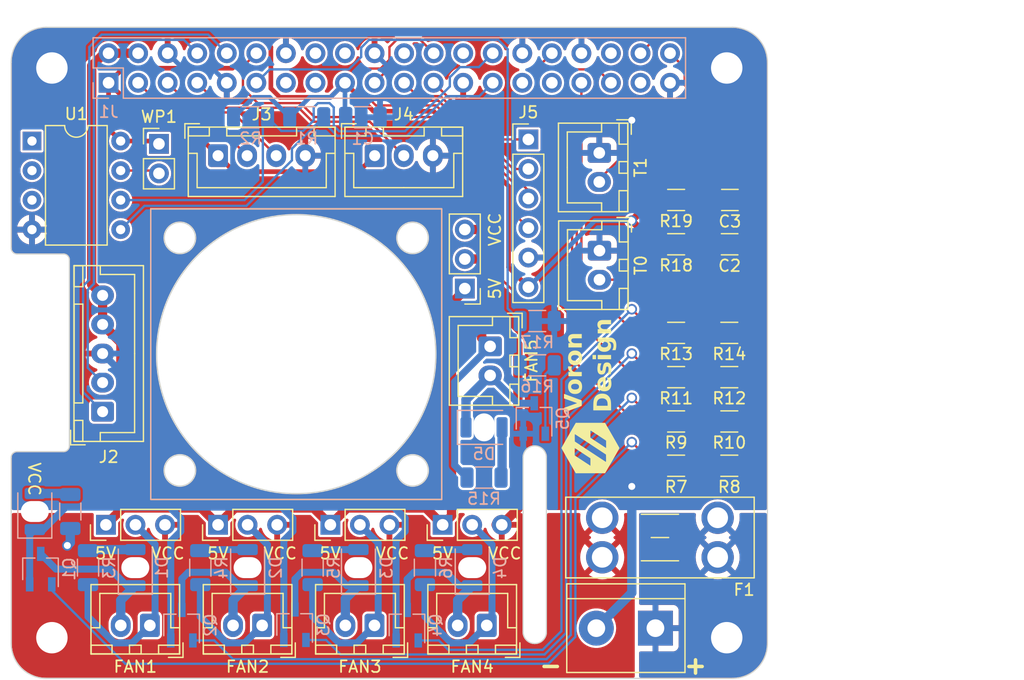
<source format=kicad_pcb>
(kicad_pcb (version 20221018) (generator pcbnew)
  (title_block (date "15 nov 2012"))
  (layers (0 "F.Cu" signal) (31 "B.Cu" signal) (34 "B.Paste" user) (35 "F.Paste" user) (36 "B.SilkS" user "B.Silkscreen") (37 "F.SilkS" user "F.Silkscreen") (38 "B.Mask" user) (39 "F.Mask" user) (44 "Edge.Cuts" user))
  (net 0 "")
  (net 1 "GND")
  (net 2 "/GPIO2{slash}SDA1")
  (net 3 "/GPIO3{slash}SCL1")
  (net 4 "/GPIO4{slash}GPCLK0")
  (net 5 "/GPIO14{slash}TXD0")
  (net 6 "/GPIO15{slash}RXD0")
  (net 7 "/GPIO17")
  (net 8 "/GPIO18{slash}PCM.CLK")
  (net 9 "/GPIO27")
  (net 10 "/GPIO22")
  (net 11 "/GPIO23")
  (net 12 "/GPIO24")
  (net 13 "/GPIO10{slash}SPI0.MOSI")
  (net 14 "/GPIO9{slash}SPI0.MISO")
  (net 15 "/GPIO25")
  (net 16 "/GPIO11{slash}SPI0.SCLK")
  (net 17 "/GPIO8{slash}SPI0.CE0")
  (net 18 "/GPIO7{slash}SPI0.CE1")
  (net 19 "/ID_SDA")
  (net 20 "/ID_SCL")
  (net 21 "/GPIO5")
  (net 22 "/GPIO6")
  (net 23 "/GPIO12{slash}PWM0")
  (net 24 "/GPIO13{slash}PWM1")
  (net 25 "/GPIO19{slash}PCM.FS")
  (net 26 "/GPIO16")
  (net 27 "/GPIO26")
  (net 28 "/GPIO20{slash}PCM.DIN")
  (net 29 "/GPIO21{slash}PCM.DOUT")
  (net 30 "+5V")
  (net 31 "+3V3")
  (net 35 "Net-(FAN5-Pin_1)")
  (net 36 "Net-(D5-K)")
  (net 37 "Net-(U1-WP)")
  (net 38 "Net-(FAN2-Pin_1)")
  (net 39 "Net-(FAN3-Pin_1)")
  (net 40 "Net-(FAN4-Pin_1)")
  (net 41 "Net-(D1-A)")
  (net 42 "Net-(D2-A)")
  (net 43 "Net-(D3-A)")
  (net 44 "Net-(D4-A)")
  (net 45 "VCC")
  (net 46 "Net-(D1-K)")
  (net 47 "Net-(D2-K)")
  (net 48 "Net-(D3-K)")
  (net 49 "Net-(D4-K)")
  (net 50 "Net-(J6-Pin_1)")
  (net 51 "Net-(Q1-G)")
  (net 52 "Net-(Q2-G)")
  (net 53 "Net-(Q3-G)")
  (net 54 "Net-(Q4-G)")
  (net 55 "Net-(D5-A)")
  (net 56 "Net-(Q5-G)")
  (net 57 "Net-(D6-A)")
  (net 58 "Net-(FAN1-Pin_1)")
  (footprint "Resistor_SMD:R_1206_3216Metric" (layer "F.Cu") (at 161.722 81.712 180)
    (fp_text reference "R8")
    (fp_text value "10k")
  )
  (footprint "Fuse:Fuseholder_Blade_Mini_Keystone_3568" (layer "F.Cu") (at 150.8 86.186)
    (fp_text reference "F1")
    (fp_text value "Fuse")
  )
  (footprint "Connector_JST:JST_XH_B5B-XH-A_1x05_P2.50mm_Vertical" (layer "F.Cu") (at 107.857 77.06 90)
    (fp_text reference "J2")
    (fp_text value "Serial")
  )
  (footprint "MountingHole:MountingHole_2.7mm_M2.5" (layer "F.Cu") (at 161.5 47.5)
    (fp_text reference "MH2" hide)
    (fp_text value "MountingHole_2.7mm_M2.5" hide)
  )
  (footprint "Connector_JST:JST_XH_B2B-XH-A_1x02_P2.50mm_Vertical" (layer "F.Cu") (at 150.563 63.21 -90)
    (fp_text reference "T0")
    (fp_text value "Thermistor")
  )
  (footprint "Resistor_SMD:R_1206_3216Metric" (layer "F.Cu") (at 157.15 77.902 180)
    (fp_text reference "R9")
    (fp_text value "100")
  )
  (footprint "Connector_PinHeader_2.54mm:PinHeader_1x03_P2.54mm_Vertical" (layer "F.Cu") (at 127.432 86.792 90)
    (fp_text reference "JP3" hide)
    (fp_text value "V Select")
  )
  (footprint "Connector_JST:JST_XH_B4B-XH-A_1x04_P2.50mm_Vertical" (layer "F.Cu") (at 117.78 55.042)
    (fp_text reference "J3")
    (fp_text value "I2C")
  )
  (footprint "Resistor_SMD:R_1206_3216Metric" (layer "F.Cu") (at 161.722 70.282 180)
    (fp_text reference "R14")
    (fp_text value "10k")
  )
  (footprint "Resistor_SMD:R_1206_3216Metric" (layer "F.Cu") (at 161.722 74.092 180)
    (fp_text reference "R12")
    (fp_text value "10k")
  )
  (footprint "Connector_PinHeader_2.54mm:PinHeader_1x03_P2.54mm_Vertical" (layer "F.Cu") (at 138.989 66.472 180)
    (fp_text reference "JP5" hide)
    (fp_text value "V Select")
  )
  (footprint "Connector_PinHeader_2.54mm:PinHeader_1x02_P2.54mm_Vertical" (layer "F.Cu") (at 112.7 54.026)
    (fp_text reference "WP1")
    (fp_text value "ID_WP")
  )
  (footprint "Connector_JST:JST_XH_B2B-XH-A_1x02_P2.50mm_Vertical" (layer "F.Cu") (at 141.165 71.445 -90)
    (fp_text reference "FAN5")
    (fp_text value "Conn_01x02")
  )
  (footprint "Connector_PinHeader_2.54mm:PinHeader_1x03_P2.54mm_Vertical" (layer "F.Cu") (at 117.78 86.792 90)
    (fp_text reference "JP2" hide)
    (fp_text value "V Select")
  )
  (footprint "Capacitor_SMD:C_1206_3216Metric" (layer "F.Cu") (at 161.7728 58.852 180)
    (fp_text reference "C3")
    (fp_text value "4.7uF")
  )
  (footprint "Resistor_SMD:R_1206_3216Metric" (layer "F.Cu") (at 157.15 58.852 180)
    (fp_text reference "R19")
    (fp_text value "R")
  )
  (footprint "Connector_JST:JST_XH_B2B-XH-A_1x02_P2.50mm_Vertical" (layer "F.Cu") (at 150.546 54.8026 -90)
    (fp_text reference "T1")
    (fp_text value "Thermistor")
  )
  (footprint "MountingHole:MountingHole_2.7mm_M2.5" (layer "F.Cu") (at 103.5 96.5)
    (fp_text reference "MH3" hide)
    (fp_text value "MountingHole_2.7mm_M2.5" hide)
  )
  (footprint "Resistor_SMD:R_1206_3216Metric" (layer "F.Cu") (at 157.15 62.662 180)
    (fp_text reference "R18")
    (fp_text value "R")
  )
  (footprint "MountingHole:MountingHole_2.7mm_M2.5" (layer "F.Cu") (at 103.5 47.5)
    (fp_text reference "MH1" hide)
    (fp_text value "MountingHole_2.7mm_M2.5" hide)
  )
  (footprint "Connector_JST:JST_XH_B2B-XH-A_1x02_P2.50mm_Vertical" (layer "F.Cu") (at 111.918 95.445 180)
    (fp_text reference "FAN1")
    (fp_text value "Conn_01x02")
  )
  (footprint "Connector_PinHeader_2.54mm:PinHeader_1x03_P2.54mm_Vertical" (layer "F.Cu") (at 108.143 86.792 90)
    (fp_text reference "JP1" hide)
    (fp_text value "V Select")
  )
  (footprint "Capacitor_SMD:C_1206_3216Metric" (layer "F.Cu") (at 161.7492 62.662 180)
    (fp_text reference "C2")
    (fp_text value "4.7uF")
  )
  (footprint "Connector_JST:JST_XH_B3B-XH-A_1x03_P2.50mm_Vertical" (layer "F.Cu") (at 131.242 55.042)
    (fp_text reference "J4")
    (fp_text value "1 Wire")
  )
  (footprint "Package_DIP:DIP-8_W7.62mm" (layer "F.Cu") (at 101.788 53.782)
    (fp_text reference "U1")
    (fp_text value "CAT24C256")
  )
  (footprint "MountingHole:MountingHole_2.7mm_M2.5" (layer "F.Cu") (at 161.5 96.5)
    (fp_text reference "MH4" hide)
    (fp_text value "MountingHole_2.7mm_M2.5" hide)
  )
  (footprint "Resistor_SMD:R_1206_3216Metric" (layer "F.Cu") (at 161.722 77.902 180)
    (fp_text reference "R10")
    (fp_text value "10k")
  )
  (footprint "LOGO" (layer "F.Cu") (at 149.784 80.188 90)
    (fp_text reference "G***" hide)
    (fp_text value "LOGO" hide)
  )
  (footprint "Connector_PinHeader_2.54mm:PinHeader_1x03_P2.54mm_Vertical" (layer "F.Cu") (at 137.084 86.792 90)
    (fp_text reference "JP4" hide)
    (fp_text value "V Select")
  )
  (footprint "Connector_JST:JST_XH_B2B-XH-A_1x02_P2.50mm_Vertical" (layer "F.Cu") (at 121.57 95.445 180)
    (fp_text reference "FAN2")
    (fp_text value "Conn_01x02")
  )
  (footprint "Connector_PinHeader_2.54mm:PinHeader_1x06_P2.54mm_Vertical" (layer "F.Cu") (at 144.45 53.645)
    (fp_text reference "J5")
    (fp_text value "SPI")
  )
  (footprint "Connector_JST:JST_XH_B2B-XH-A_1x02_P2.50mm_Vertical" (layer "F.Cu") (at 131.222 95.445 180)
    (fp_text reference "FAN3")
    (fp_text value "Conn_01x02")
  )
  (footprint "Resistor_SMD:R_1206_3216Metric" (layer "F.Cu") (at 157.15 70.282 180)
    (fp_text reference "R13")
    (fp_text value "100")
  )
  (footprint "Resistor_SMD:R_1206_3216Metric" (layer "F.Cu") (at 157.15 74.092 180)
    (fp_text reference "R11")
    (fp_text value "100")
  )
  (footprint "TerminalBlock:TerminalBlock_bornier-2_P5.08mm" (layer "F.Cu") (at 155.372 95.682 180)
    (fp_text reference "J6" hide)
    (fp_text value "Vin")
  )
  (footprint "Resistor_SMD:R_1206_3216Metric" (layer "F.Cu") (at 157.15 81.712 180)
    (fp_text reference "R7")
    (fp_text value "100")
  )
  (footprint "Connector_JST:JST_XH_B2B-XH-A_1x02_P2.50mm_Vertical" (layer "F.Cu") (at 140.874 95.445 180)
    (fp_text reference "FAN4")
    (fp_text value "Conn_01x02")
  )
  (footprint "Connector_PinSocket_2.54mm:PinSocket_2x20_P2.54mm_Vertical" (layer "B.Cu") (at 108.37 48.77 -90)
    (fp_text reference "J1")
    (fp_text value "GPIO")
  )
  (footprint "Package_TO_SOT_SMD:TSOT-23" (layer "B.Cu") (at 102.54 90.602 90)
    (fp_text reference "Q1")
    (fp_text value "IRLML6344")
  )
  (footprint "LED_SMD:LED_1206_3216Metric_ReverseMount_Hole1.8x2.4mm" (layer "B.Cu") (at 110.668 90.475 90)
    (fp_text reference "D1")
    (fp_text value "LED")
  )
  (footprint "LED_SMD:LED_1206_3216Metric_ReverseMount_Hole1.8x2.4mm" (layer "B.Cu") (at 139.624 90.475 90)
    (fp_text reference "D4")
    (fp_text value "LED")
  )
  (footprint "Resistor_SMD:R_1206_3216Metric" (layer "B.Cu") (at 116.256 90.475 90)
    (fp_text reference "R4")
    (fp_text value "4.7k")
  )
  (footprint "Resistor_SMD:R_1206_3216Metric" (layer "B.Cu") (at 106.604 90.475 90)
    (fp_text reference "R3")
    (fp_text value "4.7k")
  )
  (footprint "LED_SMD:LED_1206_3216Metric_ReverseMount_Hole1.8x2.4mm" (layer "B.Cu") (at 102.032 85.649 90)
    (fp_text reference "D6" hide)
    (fp_text value "LED")
  )
  (footprint "Resistor_SMD:R_1206_3216Metric" (layer "B.Cu") (at 105.08 85.649 90)
    (fp_text reference "R20" hide)
    (fp_text value "4.7k")
  )
  (footprint "LED_SMD:LED_1206_3216Metric_ReverseMount_Hole1.8x2.4mm" (layer "B.Cu") (at 120.32 90.475 90)
    (fp_text reference "D2")
    (fp_text value "LED")
  )
  (footprint "Package_TO_SOT_SMD:TSOT-23" (layer "B.Cu") (at 124.384 95.388 90)
    (fp_text reference "Q3")
    (fp_text value "IRLML6344")
  )
  (footprint "Resistor_SMD:R_1206_3216Metric" (layer "B.Cu") (at 145.212 69.266)
    (fp_text reference "R17")
    (fp_text value "10k")
  )
  (footprint "Capacitor_SMD:C_1206_3216Metric" (layer "B.Cu") (at 130.226 51.74)
    (fp_text reference "C1")
    (fp_text value "100n")
  )
  (footprint "Package_TO_SOT_SMD:TSOT-23" (layer "B.Cu") (at 144.958 77.648 90)
    (fp_text reference "Q5")
    (fp_text value "IRLML6344")
  )
  (footprint "Resistor_SMD:R_1206_3216Metric" (layer "B.Cu") (at 135.56 90.475 90)
    (fp_text reference "R6")
    (fp_text value "4.7k")
  )
  (footprint "Package_TO_SOT_SMD:TSOT-23" (layer "B.Cu") (at 134.036 95.428 90)
    (fp_text reference "Q4")
    (fp_text value "IRLML6344")
  )
  (footprint "Package_TO_SOT_SMD:TSOT-23" (layer "B.Cu") (at 114.666 95.428 90)
    (fp_text reference "Q2")
    (fp_text value "IRLML6344")
  )
  (footprint "Resistor_SMD:R_1206_3216Metric" (layer "B.Cu") (at 125.908 90.475 90)
    (fp_text reference "R5")
    (fp_text value "4.7k")
  )
  (footprint "Resistor_SMD:R_1206_3216Metric" (layer "B.Cu") (at 145.212 73.076)
    (fp_text reference "R16")
    (fp_text value "100")
  )
  (footprint "LED_SMD:LED_1206_3216Metric_ReverseMount_Hole1.8x2.4mm" (layer "B.Cu") (at 140.64 78.41)
    (fp_text reference "D5")
    (fp_text value "LED")
  )
  (footprint "Resistor_SMD:R_1206_3216Metric" (layer "B.Cu") (at 140.64 82.728)
    (fp_text reference "R15")
    (fp_text value "4.7k")
  )
  (footprint "Resistor_SMD:R_1206_3216Metric" (layer "B.Cu") (at 120.574 51.74)
    (fp_text reference "R2")
    (fp_text value "3.9k")
  )
  (footprint "Resistor_SMD:R_1206_3216Metric" (layer "B.Cu") (at 125.4 51.74)
    (fp_text reference "R1")
    (fp_text value "3.9k")
  )
  (footprint "LED_SMD:LED_1206_3216Metric_ReverseMount_Hole1.8x2.4mm" (layer "B.Cu") (at 129.845 90.475 90)
    (fp_text reference "D3")
    (fp_text value "LED")
  )
  (gr_rect (start 112 59.614) (end 137 84.614) (stroke (width 0.12)) (fill none) (layer "B.SilkS"))
  (gr_rect (start 112 59.614) (end 112 59.614) (stroke (width 0.12)) (fill none) (layer "F.SilkS"))
  (gr_rect (start 112 59.614) (end 137 84.614) (stroke (width 0.12)) (fill none) (layer "F.SilkS"))
  (gr_arc (start 100.5 63.5) (mid 100.146447 63.353553) (end 100 63) (stroke (width 0.1)) (layer "Edge.Cuts"))
  (gr_arc (start 162 44) (mid 164.12132 44.87868) (end 165 47) (stroke (width 0.1)) (layer "Edge.Cuts"))
  (gr_line (start 165 97) (end 165 47) (stroke (width 0.1)) (layer "Edge.Cuts"))
  (gr_line (start 100 47) (end 100 63) (stroke (width 0.1)) (layer "Edge.Cuts"))
  (gr_circle (center 134.5 82.114) (end 135.85 82.114) (stroke (width 0.12)) (fill none) (layer "Edge.Cuts"))
  (gr_circle (center 134.5 62.114) (end 135.85 62.114) (stroke (width 0.12)) (fill none) (layer "Edge.Cuts"))
  (gr_circle (center 114.5 82.114) (end 115.85 82.114) (stroke (width 0.12)) (fill none) (layer "Edge.Cuts"))
  (gr_line (start 146 81) (end 146 96) (stroke (width 0.1)) (layer "Edge.Cuts"))
  (gr_line (start 144 96) (end 144 81) (stroke (width 0.1)) (layer "Edge.Cuts"))
  (gr_arc (start 103 100) (mid 100.87868 99.12132) (end 100 97) (stroke (width 0.1)) (layer "Edge.Cuts"))
  (gr_line (start 103 100) (end 162 100) (stroke (width 0.1)) (layer "Edge.Cuts"))
  (gr_line (start 104.5 80.5) (end 100.499127 80.500001) (stroke (width 0.1)) (layer "Edge.Cuts"))
  (gr_arc (start 144 81) (mid 145 80) (end 146 81) (stroke (width 0.1)) (layer "Edge.Cuts"))
  (gr_arc (start 100 81) (mid 100.146138 80.646755) (end 100.499127 80.500001) (stroke (width 0.1)) (layer "Edge.Cuts"))
  (gr_arc (start 165 97) (mid 164.12132 99.12132) (end 162 100) (stroke (width 0.1)) (layer "Edge.Cuts"))
  (gr_line (start 105 64) (end 105 80) (stroke (width 0.1)) (layer "Edge.Cuts"))
  (gr_arc (start 100 47) (mid 100.87868 44.87868) (end 103 44) (stroke (width 0.1)) (layer "Edge.Cuts"))
  (gr_arc (start 146 96) (mid 145 97) (end 144 96) (stroke (width 0.1)) (layer "Edge.Cuts"))
  (gr_line (start 100 81) (end 100 97) (stroke (width 0.1)) (layer "Edge.Cuts"))
  (gr_circle (center 124.5 72.114) (end 136.5 72.114) (stroke (width 0.12)) (fill none) (layer "Edge.Cuts"))
  (gr_line (start 100.5 63.5) (end 104.5 63.5) (stroke (width 0.1)) (layer "Edge.Cuts"))
  (gr_arc (start 105 80) (mid 104.853553 80.353553) (end 104.5 80.5) (stroke (width 0.1)) (layer "Edge.Cuts"))
  (gr_arc (start 104.5 63.5) (mid 104.853553 63.646447) (end 105 64) (stroke (width 0.1)) (layer "Edge.Cuts"))
  (gr_line (start 162 44) (end 103 44) (stroke (width 0.1)) (layer "Edge.Cuts"))
  (gr_circle (center 114.5 62.114) (end 115.85 62.114) (stroke (width 0.12)) (fill none) (layer "Edge.Cuts"))
  (gr_text "VCC" (at 140.894 89.84) (layer "F.SilkS") (effects (font (size 1 1)) (justify left bottom)))
  (gr_text "5V" (at 107.112 89.84) (layer "F.SilkS") (effects (font (size 1 1)) (justify left bottom)))
  (gr_text "-" (at 147.498 99.746) (layer "F.SilkS") (effects (font (size 1.5 1.5) (thickness 0.3) bold) (justify left bottom mirror)))
  (gr_text "VCC" (at 111.938 89.84) (layer "F.SilkS") (effects (font (size 1 1)) (justify left bottom)))
  (gr_text "+" (at 159.944 99.746) (layer "F.SilkS") (effects (font (size 1.5 1.5) (thickness 0.3) bold) (justify left bottom mirror)))
  (gr_text "VCC" (at 142.164 62.916 90) (layer "F.SilkS") (effects (font (size 1 1)) (justify left bottom)))
  (gr_text "5V" (at 126.416 89.84) (layer "F.SilkS") (effects (font (size 1 1)) (justify left bottom)))
  (gr_text "VCC" (at 101.397 81.331 -90) (layer "F.SilkS") (effects (font (size 1 1)) (justify left bottom)))
  (gr_text "5V" (at 142.164 67.488 90) (layer "F.SilkS") (effects (font (size 1 1)) (justify left bottom)))
  (gr_text "5V" (at 116.764 89.84) (layer "F.SilkS") (effects (font (size 1 1)) (justify left bottom)))
  (gr_text "VCC" (at 131.242 89.84) (layer "F.SilkS") (effects (font (size 1 1)) (justify left bottom)))
  (gr_text "VCC" (at 121.59 89.84) (layer "F.SilkS") (effects (font (size 1 1)) (justify left bottom)))
  (gr_text "Voron\nDesign" (at 151.816 77.14 90) (layer "F.SilkS") (effects (font (size 1.5 1.5) (thickness 0.25) bold) (justify left bottom)))
  (gr_text "5V" (at 136.068 89.84) (layer "F.SilkS") (effects (font (size 1 1)) (justify left bottom)))
  (via (at 153.34 51.994) (size 0.9) (drill 0.6) (layers "F.Cu" "B.Cu") (net 1))
  (via (at 153.34 83.49) (size 0.9) (drill 0.6) (layers "F.Cu" "B.Cu") (net 1))
  (segment (start 109.332 85.202) (end 109.398 85.268) (width 0.6) (layer "B.Cu") (net 1))
  (segment (start 153.34 92.634) (end 153.34 83.49) (width 0.8) (layer "B.Cu") (net 1))
  (segment (start 114.573 86.232811) (end 114.573 87.351189) (width 0.6) (layer "B.Cu") (net 1))
  (segment (start 123.245189 85.268) (end 132.897189 85.268) (width 0.6) (layer "B.Cu") (net 1))
  (segment (start 109.332 83.49) (end 109.332 85.202) (width 0.6) (layer "B.Cu") (net 1))
  (segment (start 111.43 85.268) (end 109.398 85.268) (width 0.6) (layer "B.Cu") (net 1))
  (segment (start 111.43 85.268) (end 113.608189 85.268) (width 0.6) (layer "B.Cu") (net 1))
  (segment (start 104.692899 85.268) (end 102.761899 87.199) (width 0.6) (layer "B.Cu") (net 1))
  (segment (start 150.292 95.682) (end 153.34 92.634) (width 0.8) (layer "B.Cu") (net 1))
  (segment (start 133.862 87.351189) (end 133.862 86.23281) (width 0.6) (layer "B.Cu") (net 1))
  (segment (start 114.74 47.52) (end 117.28 47.52) (width 0.4) (layer "B.Cu") (net 1))
  (segment (start 101.59 91.912) (end 101.59 87.641) (width 0.6) (layer "B.Cu") (net 1))
  (segment (start 109.398 85.268) (end 104.692899 85.268) (width 0.6) (layer "B.Cu") (net 1))
  (segment (start 113.608189 85.268) (end 123.245189 85.268) (width 0.6) (layer "B.Cu") (net 1))
  (segment (start 107.857 72.06) (end 109.332 73.535) (width 0.6) (layer "B.Cu") (net 1))
  (segment (start 133.086 88.127189) (end 133.862 87.351189) (width 0.6) (layer "B.Cu") (net 1))
  (segment (start 102.761899 87.199) (end 102.032 87.199) (width 0.6) (layer "B.Cu") (net 1))
  (segment (start 131.701 51.74) (end 131.701 50.066767) (width 0.4) (layer "B.Cu") (net 1))
  (segment (start 101.59 87.641) (end 102.032 87.199) (width 0.6) (layer "B.Cu") (net 1))
  (segment (start 123.434 88.127189) (end 123.434 96.698) (width 0.6) (layer "B.Cu") (net 1))
  (segment (start 123.245189 85.268) (end 124.21 86.232811) (width 0.6) (layer "B.Cu") (net 1))
  (segment (start 133.086 96.738) (end 133.086 88.127189) (width 0.6) (layer "B.Cu") (net 1))
  (segment (start 123.434 88.127189) (end 124.21 87.351189) (width 0.6) (layer "B.Cu") (net 1))
  (segment (start 117.28 47.52) (end 118.53 48.77) (width 0.4) (layer "B.Cu") (net 1))
  (segment (start 113.45 46.23) (end 114.74 47.52) (width 0.4) (layer "B.Cu") (net 1))
  (segment (start 124.21 87.351189) (end 124.21 86.232811) (width 0.6) (layer "B.Cu") (net 1))
  (segment (start 132.897189 85.268) (end 133.862 86.232811) (width 0.6) (layer "B.Cu") (net 1))
  (segment (start 133.862 86.23281) (end 132.897189 85.268) (width 0.6) (layer "B.Cu") (net 1))
  (segment (start 132.48 47.48) (end 131.23 46.23) (width 0.4) (layer "B.Cu") (net 1))
  (segment (start 109.332 73.535) (end 109.332 83.49) (width 0.6) (layer "B.Cu") (net 1))
  (segment (start 131.701 50.066767) (end 132.48 49.287767) (width 0.4) (layer "B.Cu") (net 1))
  (segment (start 113.716 88.208189) (end 113.716 96.738) (width 0.6) (layer "B.Cu") (net 1))
  (segment (start 113.608189 85.268) (end 114.573 86.232811) (width 0.6) (layer "B.Cu") (net 1))
  (segment (start 114.573 87.351189) (end 113.716 88.208189) (width 0.6) (layer "B.Cu") (net 1))
  (segment (start 132.48 49.287767) (end 132.48 47.48) (width 0.4) (layer "B.Cu") (net 1))
  (segment (start 113.86 51.72) (end 110.91 48.77) (width 0.2) (layer "F.Cu") (net 2))
  (segment (start 120.28 55.042) (end 116.958 51.72) (width 0.2) (layer "F.Cu") (net 2))
  (segment (start 116.958 51.72) (end 113.86 51.72) (width 0.2) (layer "F.Cu") (net 2))
  (segment (start 119.058 51.32) (end 116 51.32) (width 0.2) (layer "F.Cu") (net 3))
  (segment (start 122.78 55.042) (end 119.058 51.32) (width 0.2) (layer "F.Cu") (net 3))
  (segment (start 116 51.32) (end 113.45 48.77) (width 0.2) (layer "F.Cu") (net 3))
  (segment (start 130.82 52.12) (end 125.905497 52.12) (width 0.2) (layer "F.Cu") (net 4))
  (segment (start 125.905497 52.12) (end 124.705496 50.92) (width 0.2) (layer "F.Cu") (net 4))
  (segment (start 124.705496 50.92) (end 118.14 50.92) (width 0.2) (layer "F.Cu") (net 4))
  (segment (start 118.14 50.92) (end 115.99 48.77) (width 0.2) (layer "F.Cu") (net 4))
  (segment (start 133.742 55.042) (end 130.82 52.12) (width 0.2) (layer "F.Cu") (net 4))
  (segment (start 115.99 46.23) (end 114.84 45.08) (width 0.2) (layer "B.Cu") (net 5))
  (segment (start 114.84 45.08) (end 107.893654 45.08) (width 0.2) (layer "B.Cu") (net 5))
  (segment (start 107.112 66.053654) (end 106.582 66.583654) (width 0.2) (layer "B.Cu") (net 5))
  (segment (start 106.582 73.285) (end 107.857 74.56) (width 0.2) (layer "B.Cu") (net 5))
  (segment (start 106.582 66.583654) (end 106.582 73.285) (width 0.2) (layer "B.Cu") (net 5))
  (segment (start 107.112 45.861654) (end 107.112 66.053654) (width 0.2) (layer "B.Cu") (net 5))
  (segment (start 107.893654 45.08) (end 107.112 45.861654) (width 0.2) (layer "B.Cu") (net 5))
  (segment (start 118.53 46.23) (end 116.928 44.628) (width 0.2) (layer "B.Cu") (net 6))
  (segment (start 106.182 75.385) (end 107.857 77.06) (width 0.2) (layer "B.Cu") (net 6))
  (segment (start 106.712 45.695969) (end 106.712 65.71) (width 0.2) (layer "B.Cu") (net 6))
  (segment (start 106.182 66.24) (end 106.182 75.385) (width 0.2) (layer "B.Cu") (net 6))
  (segment (start 116.928 44.628) (end 107.779969 44.628) (width 0.2) (layer "B.Cu") (net 6))
  (segment (start 107.779969 44.628) (end 106.712 45.695969) (width 0.2) (layer "B.Cu") (net 6))
  (segment (start 106.712 65.71) (end 106.182 66.24) (width 0.2) (layer "B.Cu") (net 6))
  (segment (start 142.672 68.1885) (end 143.7495 69.266) (width 0.2) (layer "B.Cu") (net 7))
  (segment (start 129.012 47.62) (end 130.08 46.552) (width 0.2) (layer "B.Cu") (net 7))
  (segment (start 130.08 46.552) (end 130.08 45.753654) (width 0.2) (layer "B.Cu") (net 7))
  (segment (start 130.753654 45.08) (end 141.866346 45.08) (width 0.2) (layer "B.Cu") (net 7))
  (segment (start 130.08 45.753654) (end 130.753654 45.08) (width 0.2) (layer "B.Cu") (net 7))
  (segment (start 143.7495 69.266) (end 143.7495 73.076) (width 0.2) (layer "B.Cu") (net 7))
  (segment (start 142.672 45.885654) (end 142.672 68.1885) (width 0.2) (layer "B.Cu") (net 7))
  (segment (start 121.07 48.77) (end 122.22 47.62) (width 0.2) (layer "B.Cu") (net 7))
  (segment (start 141.866346 45.08) (end 142.672 45.885654) (width 0.2) (layer "B.Cu") (net 7))
  (segment (start 122.22 47.62) (end 129.012 47.62) (width 0.2) (layer "B.Cu") (net 7))
  (segment (start 161.9145 82.982) (end 163.1845 81.712) (width 0.2) (layer "F.Cu") (net 8))
  (segment (start 147.81 72.118) (end 147.81 68.504) (width 0.2) (layer "F.Cu") (net 8))
  (segment (start 119.92 49.246346) (end 119.92 47.38) (width 0.2) (layer "F.Cu") (net 8))
  (segment (start 119.92 47.38) (end 121.07 46.23) (width 0.2) (layer "F.Cu") (net 8))
  (segment (start 147.8028 68.504) (end 146.8376 67.5388) (width 0.2) (layer "F.Cu") (net 8))
  (segment (start 144.017454 67.5388) (end 142.25 65.771346) (width 0.2) (layer "F.Cu") (net 8))
  (segment (start 158.6125 81.712) (end 157.404 81.712) (width 0.2) (layer "F.Cu") (net 8))
  (segment (start 142.25 57.869898) (end 136.100102 51.72) (width 0.2) (layer "F.Cu") (net 8))
  (segment (start 124.871184 50.52) (end 121.193654 50.52) (width 0.2) (layer "F.Cu") (net 8))
  (segment (start 146.8376 67.5388) (end 144.017454 67.5388) (width 0.2) (layer "F.Cu") (net 8))
  (segment (start 136.100102 51.72) (end 126.071183 51.72) (width 0.2) (layer "F.Cu") (net 8))
  (segment (start 157.404 81.712) (end 147.81 72.118) (width 0.2) (layer "F.Cu") (net 8))
  (segment (start 158.6125 81.780317) (end 159.814183 82.982) (width 0.2) (layer "F.Cu") (net 8))
  (segment (start 121.193654 50.52) (end 119.92 49.246346) (width 0.2) (layer "F.Cu") (net 8))
  (segment (start 158.6125 81.712) (end 158.6125 81.780317) (width 0.2) (layer "F.Cu") (net 8))
  (segment (start 142.25 65.771346) (end 142.25 57.869898) (width 0.2) (layer "F.Cu") (net 8))
  (segment (start 159.814183 82.982) (end 161.9145 82.982) (width 0.2) (layer "F.Cu") (net 8))
  (segment (start 126.071183 51.72) (end 124.871184 50.52) (width 0.2) (layer "F.Cu") (net 8))
  (segment (start 147.81 68.504) (end 147.8028 68.504) (width 0.2) (layer "F.Cu") (net 8))
  (segment (start 143.159314 56.185) (end 144.45 56.185) (width 0.2) (layer "F.Cu") (net 13))
  (segment (start 136.894314 49.92) (end 143.159314 56.185) (width 0.2) (layer "F.Cu") (net 13))
  (segment (start 136.894314 49.92) (end 135.833654 49.92) (width 0.2) (layer "F.Cu") (net 13))
  (segment (start 135.833654 49.92) (end 135.16 49.246346) (width 0.2) (layer "F.Cu") (net 13))
  (segment (start 132.38 47.62) (end 131.23 48.77) (width 0.2) (layer "F.Cu") (net 13))
  (segment (start 135.16 48.293654) (end 134.486346 47.62) (width 0.2) (layer "F.Cu") (net 13))
  (segment (start 134.486346 47.62) (end 132.38 47.62) (width 0.2) (layer "F.Cu") (net 13))
  (segment (start 135.16 49.246346) (end 135.16 48.293654) (width 0.2) (layer "F.Cu") (net 13))
  (segment (start 144.45 58.041372) (end 144.45 58.725) (width 0.2) (layer "F.Cu") (net 14))
  (segment (start 135.32 50.32) (end 136.728628 50.32) (width 0.2) (layer "F.Cu") (net 14))
  (segment (start 133.77 48.77) (end 135.32 50.32) (width 0.2) (layer "F.Cu") (net 14))
  (segment (start 136.728628 50.32) (end 144.45 58.041372) (width 0.2) (layer "F.Cu") (net 14))
  (segment (start 136.31 48.77) (end 141.185 53.645) (width 0.2) (layer "F.Cu") (net 16))
  (segment (start 141.185 53.645) (end 144.45 53.645) (width 0.2) (layer "F.Cu") (net 16))
  (segment (start 129.84 48.327106) (end 129.84 49.212894) (width 0.2) (layer "F.Cu") (net 17))
  (segment (start 131.347106 50.72) (end 136.514314 50.72) (width 0.2) (layer "F.Cu") (net 17))
  (segment (start 131.75 47.549) (end 130.607 47.549) (width 0.2) (layer "F.Cu") (net 17))
  (segment (start 132.512 46.787) (end 131.75 47.549) (width 0.2) (layer "F.Cu") (net 17))
  (segment (start 143.25 60.065) (end 144.45 61.265) (width 0.2) (layer "F.Cu") (net 17))
  (segment (start 143.25 57.455686) (end 143.25 60.065) (width 0.2) (layer "F.Cu") (net 17))
  (segment (start 130.607 47.549) (end 130.607 47.560106) (width 0.2) (layer "F.Cu") (net 17))
  (segment (start 135.0636 44.9836) (end 133.2232 44.9836) (width 0.2) (layer "F.Cu") (net 17))
  (segment (start 130.607 47.560106) (end 129.84 48.327106) (width 0.2) (layer "F.Cu") (net 17))
  (segment (start 129.84 49.212894) (end 131.347106 50.72) (width 0.2) (layer "F.Cu") (net 17))
  (segment (start 136.31 46.23) (end 135.0636 44.9836) (width 0.2) (layer "F.Cu") (net 17))
  (segment (start 133.2232 44.9836) (end 132.512 45.6948) (width 0.2) (layer "F.Cu") (net 17))
  (segment (start 132.512 45.6948) (end 132.512 46.787) (width 0.2) (layer "F.Cu") (net 17))
  (segment (start 136.514314 50.72) (end 143.25 57.455686) (width 0.2) (layer "F.Cu") (net 17))
  (segment (start 140.24 49.92) (end 141.39 48.77) (width 0.2) (layer "B.Cu") (net 19))
  (segment (start 126.8625 51.74) (end 126.8625 52.170003) (width 0.2) (layer "B.Cu") (net 19))
  (segment (start 124.13 55.443346) (end 124.13 54.440654) (width 0.2) (layer "B.Cu") (net 19))
  (segment (start 128.032498 53.34) (end 134.017686 53.34) (width 0.2) (layer "B.Cu") (net 19))
  (segment (start 109.408 61.402) (end 111.45 59.36) (width 0.2) (layer "B.Cu") (net 19))
  (segment (start 134.017686 53.34) (end 137.437686 49.92) (width 0.2) (layer "B.Cu") (net 19))
  (segment (start 126.830654 51.74) (end 126.8625 51.74) (width 0.2) (layer "B.Cu") (net 19))
  (segment (start 124.13 54.440654) (end 126.830654 51.74) (width 0.2) (layer "B.Cu") (net 19))
  (segment (start 126.8625 52.170003) (end 128.032498 53.34) (width 0.2) (layer "B.Cu") (net 19))
  (segment (start 111.45 59.36) (end 120.213346 59.36) (width 0.2) (layer "B.Cu") (net 19))
  (segment (start 120.213346 59.36) (end 124.13 55.443346) (width 0.2) (layer "B.Cu") (net 19))
  (segment (start 137.437686 49.92) (end 140.24 49.92) (width 0.2) (layer "B.Cu") (net 19))
  (segment (start 123.2115 52.915) (end 122.0365 51.74) (width 0.2) (layer "B.Cu") (net 20))
  (segment (start 133.852 52.94) (end 128.198183 52.94) (width 0.2) (layer "B.Cu") (net 20))
  (segment (start 138.571654 47.422) (end 137.7 48.293654) (width 0.2) (layer "B.Cu") (net 20))
  (segment (start 141.39 46.23) (end 140.198 47.422) (width 0.2) (layer "B.Cu") (net 20))
  (segment (start 125.089968 52.915) (end 123.2115 52.915) (width 0.2) (layer "B.Cu") (net 20))
  (segment (start 126 52.004968) (end 125.089968 52.915) (width 0.2) (layer "B.Cu") (net 20))
  (segment (start 127.725 50.887183) (end 127.357817 50.52) (width 0.2) (layer "B.Cu") (net 20))
  (segment (start 140.198 47.422) (end 138.571654 47.422) (width 0.2) (layer "B.Cu") (net 20))
  (segment (start 127.357817 50.52) (end 126.366 50.52) (width 0.2) (layer "B.Cu") (net 20))
  (segment (start 128.198183 52.94) (end 127.725 52.466817) (width 0.2) (layer "B.Cu") (net 20))
  (segment (start 137.7 48.293654) (end 137.7 49.092) (width 0.2) (layer "B.Cu") (net 20))
  (segment (start 127.725 52.466817) (end 127.725 50.887183) (width 0.2) (layer "B.Cu") (net 20))
  (segment (start 120.056 58.862) (end 121.63 57.288) (width 0.2) (layer "B.Cu") (net 20))
  (segment (start 126 50.886) (end 126 52.004968) (width 0.2) (layer "B.Cu") (net 20))
  (segment (start 121.63 57.288) (end 121.63 52.1465) (width 0.2) (layer "B.Cu") (net 20))
  (segment (start 109.408 58.862) (end 120.056 58.862) (width 0.2) (layer "B.Cu") (net 20))
  (segment (start 121.63 52.1465) (end 122.0365 51.74) (width 0.2) (layer "B.Cu") (net 20))
  (segment (start 137.7 49.092) (end 133.852 52.94) (width 0.2) (layer "B.Cu") (net 20))
  (segment (start 126.366 50.52) (end 126 50.886) (width 0.2) (layer "B.Cu") (net 20))
  (segment (start 148.21 68.709184) (end 157.402817 77.902) (width 0.2) (layer "F.Cu") (net 23))
  (segment (start 146.47 46.23) (end 145.32 47.38) (width 0.2) (layer "F.Cu") (net 23))
  (segment (start 158.6125 77.970317) (end 159.719183 79.077) (width 0.2) (layer "F.Cu") (net 23))
  (segment (start 145.32 47.38) (end 145.32 49.358) (width 0.2) (layer "F.Cu") (net 23))
  (segment (start 157.402817 77.902) (end 158.6125 77.902) (width 0.2) (layer "F.Cu") (net 23))
  (segment (start 145.32 49.358) (end 148.21 52.248) (width 0.2) (layer "F.Cu") (net 23))
  (segment (start 148.21 52.248) (end 148.21 68.709184) (width 0.2) (layer "F.Cu") (net 23))
  (segment (start 158.6125 77.902) (end 158.6125 77.970317) (width 0.2) (layer "F.Cu") (net 23))
  (segment (start 159.719183 79.077) (end 162.0095 79.077) (width 0.2) (layer "F.Cu") (net 23))
  (segment (start 162.0095 79.077) (end 163.1845 77.902) (width 0.2) (layer "F.Cu") (net 23))
  (segment (start 157.402817 70.282) (end 153.980816 66.86) (width 0.2) (layer "F.Cu") (net 24))
  (segment (start 158.6125 70.282) (end 158.6125 70.350317) (width 0.2) (layer "F.Cu") (net 24))
  (segment (start 149.936654 66.86) (end 149.01 65.933346) (width 0.2) (layer "F.Cu") (net 24))
  (segment (start 153.980816 66.86) (end 149.936654 66.86) (width 0.2) (layer "F.Cu") (net 24))
  (segment (start 158.6125 70.282) (end 157.402817 70.282) (width 0.2) (layer "F.Cu") (net 24))
  (segment (start 159.719183 71.457) (end 162.0095 71.457) (width 0.2) (layer "F.Cu") (net 24))
  (segment (start 149.01 65.933346) (end 149.01 48.77) (width 0.2) (layer "F.Cu") (net 24))
  (segment (start 162.0095 71.457) (end 163.1845 70.282) (width 0.2) (layer "F.Cu") (net 24))
  (segment (start 158.6125 70.350317) (end 159.719183 71.457) (width 0.2) (layer "F.Cu") (net 24))
  (segment (start 150.570817 67.26) (end 149.770968 67.26) (width 0.2) (layer "F.Cu") (net 25))
  (segment (start 157.402817 74.092) (end 150.570817 67.26) (width 0.2) (layer "F.Cu") (net 25))
  (segment (start 158.6125 74.092) (end 158.6125 74.160317) (width 0.2) (layer "F.Cu") (net 25))
  (segment (start 148.61 50.058) (end 147.752 49.2) (width 0.2) (layer "F.Cu") (net 25))
  (segment (start 148.61 66.099032) (end 148.61 50.058) (width 0.2) (layer "F.Cu") (net 25))
  (segment (start 158.6125 74.160317) (end 159.719183 75.267) (width 0.2) (layer "F.Cu") (net 25))
  (segment (start 148.533654 47.62) (end 150.4 47.62) (width 0.2) (layer "F.Cu") (net 25))
  (segment (start 150.4 47.62) (end 151.55 48.77) (width 0.2) (layer "F.Cu") (net 25))
  (segment (start 159.719183 75.267) (end 162.0095 75.267) (width 0.2) (layer "F.Cu") (net 25))
  (segment (start 162.0095 75.267) (end 163.1845 74.092) (width 0.2) (layer "F.Cu") (net 25))
  (segment (start 147.752 48.401654) (end 148.533654 47.62) (width 0.2) (layer "F.Cu") (net 25))
  (segment (start 158.6125 74.092) (end 157.402817 74.092) (width 0.2) (layer "F.Cu") (net 25))
  (segment (start 147.752 49.2) (end 147.752 48.401654) (width 0.2) (layer "F.Cu") (net 25))
  (segment (start 149.770968 67.26) (end 148.61 66.099032) (width 0.2) (layer "F.Cu") (net 25))
  (segment (start 160.6978 51.215115) (end 160.6978 57.499183) (width 0.2) (layer "F.Cu") (net 28))
  (segment (start 158.2875 46.261154) (end 158.2875 48.804814) (width 0.2) (layer "F.Cu") (net 28))
  (segment (start 157.106346 45.08) (end 158.045173 46.018827) (width 0.2) (layer "F.Cu") (net 28))
  (segment (start 155.5645 65.71) (end 158.6125 62.662) (width 0.2) (layer "F.Cu") (net 28))
  (segment (start 154.09 46.23) (end 155.24 45.08) (width 0.2) (layer "F.Cu") (net 28))
  (segment (start 150.563 65.71) (end 155.5645 65.71) (width 0.2) (layer "F.Cu") (net 28))
  (segment (start 158.045173 46.018827) (end 158.2875 46.261154) (width 0.2) (layer "F.Cu") (net 28))
  (segment (start 155.24 45.08) (end 157.106346 45.08) (width 0.2) (layer "F.Cu") (net 28))
  (segment (start 158.2875 48.804814) (end 160.6978 51.215115) (width 0.2) (layer "F.Cu") (net 28))
  (segment (start 160.6978 57.499183) (end 161.1728 57.974183) (width 0.2) (layer "F.Cu") (net 28))
  (segment (start 161.1728 57.974183) (end 161.1728 61.7634) (width 0.2) (layer "F.Cu") (net 28))
  (segment (start 160.2742 62.662) (end 158.6125 62.662) (width 0.2) (layer "F.Cu") (net 28))
  (segment (start 161.1728 61.7634) (end 160.2742 62.662) (width 0.2) (layer "F.Cu") (net 28))
  (segment (start 155.0565 55.296) (end 158.6125 58.852) (width 0.2) (layer "F.Cu") (net 29))
  (segment (start 157.8875 48.9705) (end 160.2978 51.3808) (width 0.2) (layer "F.Cu") (net 29))
  (segment (start 160.2978 58.852) (end 158.6125 58.852) (width 0.2) (layer "F.Cu") (net 29))
  (segment (start 150.546 57.074) (end 152.324 55.296) (width 0.2) (layer "F.Cu") (net 29))
  (segment (start 160.2978 51.3808) (end 160.2978 58.852) (width 0.2) (layer "F.Cu") (net 29))
  (segment (start 156.63 46.23) (end 157.8875 47.4875) (width 0.2) (layer "F.Cu") (net 29))
  (segment (start 157.8875 47.4875) (end 157.8875 48.9705) (width 0.2) (layer "F.Cu") (net 29))
  (segment (start 150.546 57.3026) (end 150.546 57.074) (width 0.2) (layer "F.Cu") (net 29))
  (segment (start 152.324 55.296) (end 155.0565 55.296) (width 0.2) (layer "F.Cu") (net 29))
  (segment (start 108.01 46.23) (end 106.92 47.32) (width 0.8) (layer "F.Cu") (net 30))
  (segment (start 108.37 46.23) (end 108.01 46.23) (width 0.8) (layer "F.Cu") (net 30))
  (segment (start 137.846 67.742) (end 137.846 86.03) (width 0.8) (layer "F.Cu") (net 30))
  (segment (start 110.91 46.23) (end 108.37 46.23) (width 0.8) (layer "F.Cu") (net 30))
  (segment (start 125.982 85.342) (end 127.432 86.792) (width 0.8) (layer "F.Cu") (net 30))
  (segment (start 107.857 67.06) (end 107.857 69.56) (width 0.8) (layer "F.Cu") (net 30))
  (segment (start 109.432 85.503) (end 108.143 86.792) (width 0.8) (layer "F.Cu") (net 30))
  (segment (start 128.882 85.342) (end 135.634 85.342) (width 0.8) (layer "F.Cu") (net 30))
  (segment (start 108.143 86.792) (end 109.593 85.342) (width 0.8) (layer "F.Cu") (net 30))
  (segment (start 138.989 66.472) (end 138.989 66.599) (width 0.8) (layer "F.Cu") (net 30))
  (segment (start 106.92 66.123) (end 107.857 67.06) (width 0.8) (layer "F.Cu") (net 30))
  (segment (start 109.432 71.135) (end 109.432 85.503) (width 0.8) (layer "F.Cu") (net 30))
  (segment (start 135.634 85.342) (end 137.084 86.792) (width 0.8) (layer "F.Cu") (net 30))
  (segment (start 127.432 86.792) (end 128.882 85.342) (width 0.8) (layer "F.Cu") (net 30))
  (segment (start 138.989 66.599) (end 137.846 67.742) (width 0.8) (layer "F.Cu") (net 30))
  (segment (start 109.593 85.342) (end 116.33 85.342) (width 0.8) (layer "F.Cu") (net 30))
  (segment (start 107.857 69.56) (end 109.432 71.135) (width 0.8) (layer "F.Cu") (net 30))
  (segment (start 116.33 85.342) (end 117.78 86.792) (width 0.8) (layer "F.Cu") (net 30))
  (segment (start 117.78 86.792) (end 119.23 85.342) (width 0.8) (layer "F.Cu") (net 30))
  (segment (start 106.92 47.32) (end 106.92 66.123) (width 0.8) (layer "F.Cu") (net 30))
  (segment (start 137.846 86.03) (end 137.084 86.792) (width 0.8) (layer "F.Cu") (net 30))
  (segment (start 119.23 85.342) (end 125.982 85.342) (width 0.8) (layer "F.Cu") (net 30))
  (segment (start 108.37 52.744) (end 109.408 53.782) (width 0.4) (layer "F.Cu") (net 31))
  (segment (start 142.75 57.662792) (end 142.75 64.645) (width 0.4) (layer "F.Cu") (net 31))
  (segment (start 131.14 51.22) (end 136.307208 51.22) (width 0.4) (layer "F.Cu") (net 31))
  (segment (start 155.372 62.662) (end 153.34 60.63) (width 0.6) (layer "F.Cu") (net 31))
  (segment (start 155.6875 62.662) (end 155.372 62.662) (width 0.6) (layer "F.Cu") (net 31))
  (segment (start 128.69 48.77) (end 131.14 51.22) (width 0.4) (layer "F.Cu") (net 31))
  (segment (start 117.78 55.042) (end 119.155 56.417) (width 0.4) (layer "F.Cu") (net 31))
  (segment (start 108.37 48.77) (end 109.62 47.52) (width 0.4) (layer "F.Cu") (net 31))
  (segment (start 114.958 52.22) (end 111.82 52.22) (width 0.4) (layer "F.Cu") (net 31))
  (segment (start 112.456 53.782) (end 112.7 54.026) (width 0.4) (layer "F.Cu") (net 31))
  (segment (start 122.32 49.247767) (end 122.32 45.712233) (width 0.4) (layer "F.Cu") (net 31))
  (segment (start 109.62 47.52) (end 119.007767 47.52) (width 0.4) (layer "F.Cu") (net 31))
  (segment (start 119.007767 47.52) (end 119.82 46.707767) (width 0.4) (layer "F.Cu") (net 31))
  (segment (start 111.82 52.22) (end 108.37 48.77) (width 0.4) (layer "F.Cu") (net 31))
  (segment (start 108.37 48.77) (end 108.37 52.744) (width 0.4) (layer "F.Cu") (net 31))
  (segment (start 109.408 53.782) (end 112.456 53.782) (width 0.4) (layer "F.Cu") (net 31))
  (segment (start 136.307208 51.22) (end 142.75 57.662792) (width 0.4) (layer "F.Cu") (net 31))
  (segment (start 128.69 48.77) (end 127.44 50.02) (width 0.4) (layer "F.Cu") (net 31))
  (segment (start 119.82 46.707767) (end 119.82 45.712233) (width 0.4) (layer "F.Cu") (net 31))
  (segment (start 121.587767 44.98) (end 120.552233 44.98) (width 0.4) (layer "F.Cu") (net 31))
  (segment (start 117.78 55.042) (end 114.958 52.22) (width 0.4) (layer "F.Cu") (net 31))
  (segment (start 155.6875 58.852) (end 155.118 58.852) (width 0.6) (layer "F.Cu") (net 31))
  (segment (start 142.75 64.645) (end 144.45 66.345) (width 0.4) (layer "F.Cu") (net 31))
  (segment (start 122.32 45.712233) (end 121.587767 44.98) (width 0.4) (layer "F.Cu") (net 31))
  (segment (start 155.118 58.852) (end 153.34 60.63) (width 0.6) (layer "F.Cu") (net 31))
  (segment (start 119.82 45.712233) (end 120.552233 44.98) (width 0.4) (layer "F.Cu") (net 31))
  (segment (start 129.867 56.417) (end 131.242 55.042) (width 0.4) (layer "F.Cu") (net 31))
  (segment (start 127.44 50.02) (end 123.092233 50.02) (width 0.4) (layer "F.Cu") (net 31))
  (segment (start 123.092233 50.02) (end 122.32 49.247767) (width 0.4) (layer "F.Cu") (net 31))
  (segment (start 119.155 56.417) (end 129.867 56.417) (width 0.4) (layer "F.Cu") (net 31))
  (via (at 153.34 60.63) (size 0.9) (drill 0.6) (layers "F.Cu" "B.Cu") (net 31))
  (segment (start 120.8315 50.02) (end 122.2175 50.02) (width 0.4) (layer "B.Cu") (net 31))
  (segment (start 150.165 60.63) (end 153.34 60.63) (width 0.4) (layer "B.Cu") (net 31))
  (segment (start 144.45 66.345) (end 150.165 60.63) (width 0.4) (layer "B.Cu") (net 31))
  (segment (start 128.69 51.679) (end 128.751 51.74) (width 0.4) (layer "B.Cu") (net 31))
  (segment (start 128.69 48.77) (end 128.69 51.679) (width 0.4) (layer "B.Cu") (net 31))
  (segment (start 127.44 50.02) (end 125.6575 50.02) (width 0.4) (layer "B.Cu") (net 31))
  (segment (start 128.69 48.77) (end 127.44 50.02) (width 0.4) (layer "B.Cu") (net 31))
  (segment (start 125.6575 50.02) (end 123.9375 51.74) (width 0.4) (layer "B.Cu") (net 31))
  (segment (start 119.1115 51.74) (end 120.8315 50.02) (width 0.4) (layer "B.Cu") (net 31))
  (segment (start 122.2175 50.02) (end 123.9375 51.74) (width 0.4) (layer "B.Cu") (net 31))
  (segment (start 140.439 70.719) (end 141.165 71.445) (width 0.8) (layer "F.Cu") (net 35))
  (segment (start 138.989 63.932) (end 140.191081 63.932) (width 0.8) (layer "F.Cu") (net 35))
  (segment (start 140.439 64.179919) (end 140.439 70.719) (width 0.8) (layer "F.Cu") (net 35))
  (segment (start 140.191081 63.932) (end 140.439 64.179919) (width 0.8) (layer "F.Cu") (net 35))
  (segment (start 141.165 71.445) (end 138.115 74.495) (width 0.6) (layer "B.Cu") (net 35))
  (segment (start 138.115 74.495) (end 138.115 81.6655) (width 0.6) (layer "B.Cu") (net 35))
  (segment (start 138.115 81.6655) (end 139.1775 82.728) (width 0.6) (layer "B.Cu") (net 35))
  (segment (start 139.09 78.41) (end 139.09 76.02) (width 0.8) (layer "B.Cu") (net 36))
  (segment (start 143.558 76.338) (end 141.165 73.945) (width 0.6) (layer "B.Cu") (net 36))
  (segment (start 139.09 76.02) (end 141.165 73.945) (width 0.8) (layer "B.Cu") (net 36))
  (segment (start 144.958 76.338) (end 143.558 76.338) (width 0.6) (layer "B.Cu") (net 36))
  (segment (start 109.408 56.322) (end 112.456 56.322) (width 0.2) (layer "F.Cu") (net 37))
  (segment (start 112.456 56.322) (end 112.7 56.566) (width 0.2) (layer "F.Cu") (net 37))
  (segment (start 120.32 86.792) (end 122.02 88.492) (width 0.6) (layer "B.Cu") (net 38))
  (segment (start 116.256 91.9375) (end 116.256 94.690188) (width 0.6) (layer "B.Cu") (net 38))
  (segment (start 116.256 94.690188) (end 118.510812 96.945) (width 0.6) (layer "B.Cu") (net 38))
  (segment (start 118.510812 96.945) (end 120.07 96.945) (width 0.6) (layer "B.Cu") (net 38))
  (segment (start 122.02 88.492) (end 122.02 94.995) (width 0.6) (layer "B.Cu") (net 38))
  (segment (start 122.02 94.995) (end 121.57 95.445) (width 0.6) (layer "B.Cu") (net 38))
  (segment (start 120.07 96.945) (end 121.57 95.445) (width 0.6) (layer "B.Cu") (net 38))
  (segment (start 128.162812 96.945) (end 129.722 96.945) (width 0.6) (layer "B.Cu") (net 39))
  (segment (start 129.722 96.945) (end 131.222 95.445) (width 0.6) (layer "B.Cu") (net 39))
  (segment (start 125.908 91.9375) (end 125.908 94.690188) (width 0.6) (layer "B.Cu") (net 39))
  (segment (start 125.908 94.690188) (end 128.162812 96.945) (width 0.6) (layer "B.Cu") (net 39))
  (segment (start 129.972 86.792) (end 131.545 88.365) (width 0.6) (layer "B.Cu") (net 39))
  (segment (start 131.545 95.122) (end 131.222 95.445) (width 0.6) (layer "B.Cu") (net 39))
  (segment (start 131.545 88.365) (end 131.545 95.122) (width 0.6) (layer "B.Cu") (net 39))
  (segment (start 141.324 88.492) (end 141.324 94.995) (width 0.6) (layer "B.Cu") (net 40))
  (segment (start 135.56 91.9375) (end 135.56 94.690188) (width 0.6) (layer "B.Cu") (net 40))
  (segment (start 139.374 96.945) (end 140.874 95.445) (width 0.6) (layer "B.Cu") (net 40))
  (segment (start 141.324 94.995) (end 140.874 95.445) (width 0.6) (layer "B.Cu") (net 40))
  (segment (start 137.814812 96.945) (end 139.374 96.945) (width 0.6) (layer "B.Cu") (net 40))
  (segment (start 135.56 94.690188) (end 137.814812 96.945) (width 0.6) (layer "B.Cu") (net 40))
  (segment (start 139.624 86.792) (end 141.324 88.492) (width 0.6) (layer "B.Cu") (net 40))
  (segment (start 110.668 88.925) (end 106.6915 88.925) (width 0.8) (layer "B.Cu") (net 41))
  (segment (start 106.6915 88.925) (end 106.604 89.0125) (width 0.8) (layer "B.Cu") (net 41))
  (segment (start 116.3435 88.925) (end 116.256 89.0125) (width 0.6) (layer "B.Cu") (net 42))
  (segment (start 120.32 88.925) (end 116.3435 88.925) (width 0.6) (layer "B.Cu") (net 42))
  (segment (start 125.9955 88.925) (end 125.908 89.0125) (width 0.6) (layer "B.Cu") (net 43))
  (segment (start 129.845 88.925) (end 125.9955 88.925) (width 0.6) (layer "B.Cu") (net 43))
  (segment (start 139.624 88.925) (end 135.6475 88.925) (width 0.6) (layer "B.Cu") (net 44))
  (segment (start 135.6475 88.925) (end 135.56 89.0125) (width 0.6) (layer "B.Cu") (net 44))
  (segment (start 143.55 85.406) (end 143.55 71.277918) (width 0.8) (layer "F.Cu") (net 45))
  (segment (start 140.191081 61.392) (end 138.989 61.392) (width 0.8) (layer "F.Cu") (net 45))
  (segment (start 141.55 69.277918) (end 141.55 62.750919) (width 0.8) (layer "F.Cu") (net 45))
  (segment (start 142.164 86.792) (end 141.67461 86.792) (width 0.8) (layer "F.Cu") (net 45))
  (segment (start 142.164 86.792) (end 143.55 85.406) (width 0.8) (layer "F.Cu") (net 45))
  (segment (start 143.55 71.277918) (end 141.55 69.277918) (width 0.8) (layer "F.Cu") (net 45))
  (segment (start 141.55 62.750919) (end 140.191081 61.392) (width 0.8) (layer "F.Cu") (net 45))
  (via (at 104.826 88.57) (size 0.9) (drill 0.6) (layers "F.Cu" "B.Cu") (net 45))
  (segment (start 105.08 88.316) (end 104.826 88.57) (width 0.8) (layer "B.Cu") (net 45))
  (segment (start 105.08 87.1115) (end 105.08 88.316) (width 0.8) (layer "B.Cu") (net 45))
  (segment (start 108.515101 90.602) (end 109.938101 92.025) (width 0.6) (layer "B.Cu") (net 46))
  (segment (start 109.418 93.275) (end 109.418 95.445) (width 0.8) (layer "B.Cu") (net 46))
  (segment (start 110.668 92.025) (end 109.418 93.275) (width 0.8) (layer "B.Cu") (net 46))
  (segment (start 109.938101 92.025) (end 110.668 92.025) (width 0.6) (layer "B.Cu") (net 46))
  (segment (start 103.85 90.602) (end 108.515101 90.602) (width 0.6) (layer "B.Cu") (net 46))
  (segment (start 102.54 89.292) (end 103.85 90.602) (width 0.6) (layer "B.Cu") (net 46))
  (segment (start 114.666 94.118) (end 114.666 91.43) (width 0.6) (layer "B.Cu") (net 47))
  (segment (start 119.07 93.275) (end 119.07 95.445) (width 0.8) (layer "B.Cu") (net 47))
  (segment (start 118.440101 90.875) (end 119.590101 92.025) (width 0.6) (layer "B.Cu") (net 47))
  (segment (start 119.590101 92.025) (end 120.32 92.025) (width 0.6) (layer "B.Cu") (net 47))
  (segment (start 114.666 91.43) (end 115.221 90.875) (width 0.6) (layer "B.Cu") (net 47))
  (segment (start 115.221 90.875) (end 118.440101 90.875) (width 0.6) (layer "B.Cu") (net 47))
  (segment (start 120.32 92.025) (end 119.07 93.275) (width 0.8) (layer "B.Cu") (net 47))
  (segment (start 128.722 95.445) (end 128.722 93.148) (width 0.8) (layer "B.Cu") (net 48))
  (segment (start 124.384 94.078) (end 124.384 91.46334) (width 0.6) (layer "B.Cu") (net 48))
  (segment (start 127.705 90.875) (end 128.855 92.025) (width 0.6) (layer "B.Cu") (net 48))
  (segment (start 128.722 93.148) (end 129.845 92.025) (width 0.8) (layer "B.Cu") (net 48))
  (segment (start 124.97234 90.875) (end 127.705 90.875) (width 0.6) (layer "B.Cu") (net 48))
  (segment (start 128.855 92.025) (end 129.845 92.025) (width 0.6) (layer "B.Cu") (net 48))
  (segment (start 124.384 91.46334) (end 124.97234 90.875) (width 0.6) (layer "B.Cu") (net 48))
  (segment (start 138.507 92.025) (end 139.624 92.025) (width 0.6) (layer "B.Cu") (net 49))
  (segment (start 138.374 93.275) (end 139.624 92.025) (width 0.8) (layer "B.Cu") (net 49))
  (segment (start 134.036 91.46334) (end 134.62434 90.875) (width 0.6) (layer "B.Cu") (net 49))
  (segment (start 134.036 94.118) (end 134.036 91.46334) (width 0.6) (layer "B.Cu") (net 49))
  (segment (start 134.62434 90.875) (end 137.357 90.875) (width 0.6) (layer "B.Cu") (net 49))
  (segment (start 138.374 95.445) (end 138.374 93.275) (width 0.8) (layer "B.Cu") (net 49))
  (segment (start 137.357 90.875) (end 138.507 92.025) (width 0.6) (layer "B.Cu") (net 49))
  (segment (start 155.372 81.712) (end 153.34 79.68) (width 0.2) (layer "F.Cu") (net 51))
  (segment (start 155.6875 81.712) (end 155.372 81.712) (width 0.2) (layer "F.Cu") (net 51))
  (via (at 153.34 79.68) (size 0.9) (drill 0.6) (layers "F.Cu" "B.Cu") (net 51))
  (segment (start 148.492 84.528) (end 153.34 79.68) (width 0.2) (layer "B.Cu") (net 51))
  (segment (start 103.49 91.912) (end 103.49 92.424716) (width 0.2) (layer "B.Cu") (net 51))
  (segment (start 146.174586 98.745) (end 148.492 96.427585) (width 0.2) (layer "B.Cu") (net 51))
  (segment (start 148.492 96.427585) (end 148.492 84.528) (width 0.2) (layer "B.Cu") (net 51))
  (segment (start 109.810284 98.745) (end 146.174586 98.745) (width 0.2) (layer "B.Cu") (net 51))
  (segment (start 103.49 92.424716) (end 109.810284 98.745) (width 0.2) (layer "B.Cu") (net 51))
  (segment (start 155.372 77.902) (end 155.6875 77.902) (width 0.2) (layer "F.Cu") (net 52))
  (segment (start 153.34 75.87) (end 155.372 77.902) (width 0.2) (layer "F.Cu") (net 52))
  (via (at 153.34 75.87) (size 0.9) (drill 0.6) (layers "F.Cu" "B.Cu") (net 52))
  (segment (start 119.062284 98.345) (end 146.008898 98.345) (width 0.2) (layer "B.Cu") (net 52))
  (segment (start 148.092 96.261899) (end 148.092 81.118) (width 0.2) (layer "B.Cu") (net 52))
  (segment (start 146.008898 98.345) (end 148.092 96.261899) (width 0.2) (layer "B.Cu") (net 52))
  (segment (start 148.092 81.118) (end 153.34 75.87) (width 0.2) (layer "B.Cu") (net 52))
  (segment (start 117.455284 96.738) (end 119.062284 98.345) (width 0.2) (layer "B.Cu") (net 52))
  (segment (start 115.616 96.738) (end 117.455284 96.738) (width 0.2) (layer "B.Cu") (net 52))
  (segment (start 153.34 72.06) (end 155.372 74.092) (width 0.2) (layer "F.Cu") (net 53))
  (segment (start 155.372 74.092) (end 155.6875 74.092) (width 0.2) (layer "F.Cu") (net 53))
  (via (at 153.34 72.06) (size 0.9) (drill 0.6) (layers "F.Cu" "B.Cu") (net 53))
  (segment (start 125.334 96.698) (end 127.067284 96.698) (width 0.2) (layer "B.Cu") (net 53))
  (segment (start 145.843212 97.945) (end 147.692 96.096213) (width 0.2) (layer "B.Cu") (net 53))
  (segment (start 127.067284 96.698) (end 128.314284 97.945) (width 0.2) (layer "B.Cu") (net 53))
  (segment (start 128.314284 97.945) (end 145.843212 97.945) (width 0.2) (layer "B.Cu") (net 53))
  (segment (start 147.692 96.096213) (end 147.692 77.708) (width 0.2) (layer "B.Cu") (net 53))
  (segment (start 147.692 77.708) (end 153.34 72.06) (width 0.2) (layer "B.Cu") (net 53))
  (segment (start 155.372 70.282) (end 155.6875 70.282) (width 0.2) (layer "F.Cu") (net 54))
  (segment (start 153.34 68.25) (end 155.372 70.282) (width 0.2) (layer "F.Cu") (net 54))
  (via (at 153.34 68.25) (size 0.9) (drill 0.6) (layers "F.Cu" "B.Cu") (net 54))
  (segment (start 145.677526 97.545) (end 147.292 95.930527) (width 0.2) (layer "B.Cu") (net 54))
  (segment (start 147.292 74.298) (end 153.34 68.25) (width 0.2) (layer "B.Cu") (net 54))
  (segment (start 147.292 95.930527) (end 147.292 74.298) (width 0.2) (layer "B.Cu") (net 54))
  (segment (start 137.566284 97.545) (end 145.677526 97.545) (width 0.2) (layer "B.Cu") (net 54))
  (segment (start 136.759284 96.738) (end 137.566284 97.545) (width 0.2) (layer "B.Cu") (net 54))
  (segment (start 134.986 96.738) (end 136.759284 96.738) (width 0.2) (layer "B.Cu") (net 54))
  (segment (start 142.1025 82.728) (end 142.19 82.6405) (width 0.8) (layer "B.Cu") (net 55))
  (segment (start 142.19 82.6405) (end 142.19 78.41) (width 0.8) (layer "B.Cu") (net 55))
  (segment (start 146.6745 73.076) (end 145.908 73.8425) (width 0.2) (layer "B.Cu") (net 56))
  (segment (start 145.908 73.8425) (end 145.908 78.958) (width 0.2) (layer "B.Cu") (net 56))
  (segment (start 104.9925 84.099) (end 105.08 84.1865) (width 0.8) (layer "B.Cu") (net 57))
  (segment (start 102.032 84.099) (end 104.9925 84.099) (width 0.8) (layer "B.Cu") (net 57))
  (segment (start 110.418 96.945) (end 111.918 95.445) (width 0.6) (layer "B.Cu") (net 58))
  (segment (start 106.604 91.9375) (end 106.604 94.690188) (width 0.6) (layer "B.Cu") (net 58))
  (segment (start 108.858812 96.945) (end 110.418 96.945) (width 0.6) (layer "B.Cu") (net 58))
  (segment (start 112.368 94.995) (end 111.918 95.445) (width 0.6) (layer "B.Cu") (net 58))
  (segment (start 106.604 94.690188) (end 108.858812 96.945) (width 0.6) (layer "B.Cu") (net 58))
  (segment (start 112.368 88.477) (end 112.368 94.995) (width 0.6) (layer "B.Cu") (net 58))
  (segment (start 110.683 86.792) (end 112.368 88.477) (width 0.6) (layer "B.Cu") (net 58))
  (zone (net 45) (net_name "VCC") (layer "F.Cu") (priority 1) (connect_pads (clearance 0)) (min_thickness 0.25) (fill yes (thermal_gap 0.5) (thermal_bridge_width 0.5))
    (polygon (pts (xy 100 100) (xy 100 85.776) (xy 153.594 85.776) (xy 153.594 100)))
  )
  (zone (net 50) (net_name "Net-(J6-Pin_1)") (layers "F&B.Cu") (priority 2) (connect_pads (clearance 0)) (min_thickness 0.25) (fill yes (thermal_gap 0.5) (thermal_bridge_width 0.5))
    (polygon (pts (xy 153.975 85.776) (xy 153.975 100) (xy 165.278 100) (xy 165.278 85.776)))
  )
  (zone (net 1) (net_name "GND") (layers "F&B.Cu") (connect_pads (clearance 0)) (min_thickness 0.25) (fill yes (thermal_gap 0.5) (thermal_bridge_width 0.5))
    (polygon (pts (xy 100 85.522) (xy 100 43.485) (xy 165.405 43.485) (xy 165.405 85.522)))
  )
)
</source>
